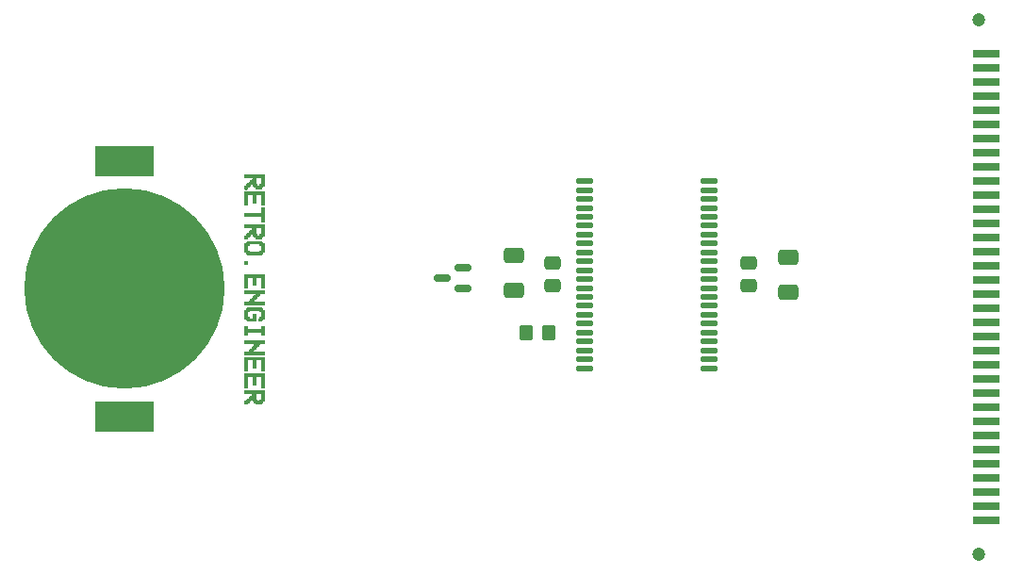
<source format=gbr>
%TF.GenerationSoftware,KiCad,Pcbnew,(6.0.4-0)*%
%TF.CreationDate,2023-12-10T22:35:43+01:00*%
%TF.ProjectId,pcmcia-sram,70636d63-6961-42d7-9372-616d2e6b6963,rev?*%
%TF.SameCoordinates,Original*%
%TF.FileFunction,Soldermask,Top*%
%TF.FilePolarity,Negative*%
%FSLAX46Y46*%
G04 Gerber Fmt 4.6, Leading zero omitted, Abs format (unit mm)*
G04 Created by KiCad (PCBNEW (6.0.4-0)) date 2023-12-10 22:35:43*
%MOMM*%
%LPD*%
G01*
G04 APERTURE LIST*
G04 Aperture macros list*
%AMRoundRect*
0 Rectangle with rounded corners*
0 $1 Rounding radius*
0 $2 $3 $4 $5 $6 $7 $8 $9 X,Y pos of 4 corners*
0 Add a 4 corners polygon primitive as box body*
4,1,4,$2,$3,$4,$5,$6,$7,$8,$9,$2,$3,0*
0 Add four circle primitives for the rounded corners*
1,1,$1+$1,$2,$3*
1,1,$1+$1,$4,$5*
1,1,$1+$1,$6,$7*
1,1,$1+$1,$8,$9*
0 Add four rect primitives between the rounded corners*
20,1,$1+$1,$2,$3,$4,$5,0*
20,1,$1+$1,$4,$5,$6,$7,0*
20,1,$1+$1,$6,$7,$8,$9,0*
20,1,$1+$1,$8,$9,$2,$3,0*%
G04 Aperture macros list end*
%ADD10C,0.000150*%
%ADD11RoundRect,0.250000X0.350000X0.450000X-0.350000X0.450000X-0.350000X-0.450000X0.350000X-0.450000X0*%
%ADD12RoundRect,0.102000X-2.550000X1.250000X-2.550000X-1.250000X2.550000X-1.250000X2.550000X1.250000X0*%
%ADD13C,18.004000*%
%ADD14RoundRect,0.137500X0.625000X0.137500X-0.625000X0.137500X-0.625000X-0.137500X0.625000X-0.137500X0*%
%ADD15RoundRect,0.250000X0.650000X-0.412500X0.650000X0.412500X-0.650000X0.412500X-0.650000X-0.412500X0*%
%ADD16RoundRect,0.250000X-0.650000X0.412500X-0.650000X-0.412500X0.650000X-0.412500X0.650000X0.412500X0*%
%ADD17RoundRect,0.150000X0.587500X0.150000X-0.587500X0.150000X-0.587500X-0.150000X0.587500X-0.150000X0*%
%ADD18C,1.200000*%
%ADD19R,2.400000X0.740000*%
%ADD20RoundRect,0.250000X0.475000X-0.337500X0.475000X0.337500X-0.475000X0.337500X-0.475000X-0.337500X0*%
%ADD21RoundRect,0.250000X-0.475000X0.337500X-0.475000X-0.337500X0.475000X-0.337500X0.475000X0.337500X0*%
G04 APERTURE END LIST*
D10*
G36*
X185798772Y-79306496D02*
G01*
X185716090Y-79306496D01*
X185716090Y-79243039D01*
X185798772Y-79243039D01*
X185798772Y-79306496D01*
G37*
X185798772Y-79306496D02*
X185716090Y-79306496D01*
X185716090Y-79243039D01*
X185798772Y-79243039D01*
X185798772Y-79306496D01*
G36*
X187370641Y-78994992D02*
G01*
X187246618Y-78994992D01*
X187246618Y-79119016D01*
X187122594Y-79119016D01*
X187122594Y-79243039D01*
X186626500Y-79243039D01*
X186626500Y-79119016D01*
X186502477Y-79119016D01*
X186502477Y-78994992D01*
X186378454Y-78994992D01*
X186378454Y-78870969D01*
X186626500Y-78870969D01*
X186750524Y-78870969D01*
X186750524Y-78994992D01*
X186998571Y-78994992D01*
X186998571Y-78870969D01*
X187122594Y-78870969D01*
X187122594Y-78250852D01*
X186626500Y-78250852D01*
X186626500Y-78870969D01*
X186378454Y-78870969D01*
X186378454Y-78746946D01*
X186254430Y-78746946D01*
X186254430Y-78870969D01*
X186130407Y-78870969D01*
X186130407Y-78994992D01*
X186006383Y-78994992D01*
X186006383Y-79119016D01*
X185882360Y-79119016D01*
X185882360Y-79243039D01*
X185798772Y-79243039D01*
X185798772Y-79223814D01*
X185716090Y-79223814D01*
X185716090Y-79243039D01*
X185634313Y-79243039D01*
X185634313Y-78994992D01*
X185758336Y-78994992D01*
X185758336Y-78870969D01*
X185882360Y-78870969D01*
X185882360Y-78746946D01*
X186006383Y-78746946D01*
X186006383Y-78622922D01*
X186130407Y-78622922D01*
X186130407Y-78498899D01*
X186254430Y-78498899D01*
X186254430Y-78374875D01*
X186378454Y-78374875D01*
X186378454Y-78250852D01*
X185634313Y-78250852D01*
X185634313Y-78002805D01*
X187370641Y-78002805D01*
X187370641Y-78994992D01*
G37*
X187370641Y-78994992D02*
X187246618Y-78994992D01*
X187246618Y-79119016D01*
X187122594Y-79119016D01*
X187122594Y-79243039D01*
X186626500Y-79243039D01*
X186626500Y-79119016D01*
X186502477Y-79119016D01*
X186502477Y-78994992D01*
X186378454Y-78994992D01*
X186378454Y-78870969D01*
X186626500Y-78870969D01*
X186750524Y-78870969D01*
X186750524Y-78994992D01*
X186998571Y-78994992D01*
X186998571Y-78870969D01*
X187122594Y-78870969D01*
X187122594Y-78250852D01*
X186626500Y-78250852D01*
X186626500Y-78870969D01*
X186378454Y-78870969D01*
X186378454Y-78746946D01*
X186254430Y-78746946D01*
X186254430Y-78870969D01*
X186130407Y-78870969D01*
X186130407Y-78994992D01*
X186006383Y-78994992D01*
X186006383Y-79119016D01*
X185882360Y-79119016D01*
X185882360Y-79243039D01*
X185798772Y-79243039D01*
X185798772Y-79223814D01*
X185716090Y-79223814D01*
X185716090Y-79243039D01*
X185634313Y-79243039D01*
X185634313Y-78994992D01*
X185758336Y-78994992D01*
X185758336Y-78870969D01*
X185882360Y-78870969D01*
X185882360Y-78746946D01*
X186006383Y-78746946D01*
X186006383Y-78622922D01*
X186130407Y-78622922D01*
X186130407Y-78498899D01*
X186254430Y-78498899D01*
X186254430Y-78374875D01*
X186378454Y-78374875D01*
X186378454Y-78250852D01*
X185634313Y-78250852D01*
X185634313Y-78002805D01*
X187370641Y-78002805D01*
X187370641Y-78994992D01*
G36*
X187370641Y-80731321D02*
G01*
X187122594Y-80731321D01*
X187122594Y-79739133D01*
X186626500Y-79739133D01*
X186626500Y-80483274D01*
X186378454Y-80483274D01*
X186378454Y-79739133D01*
X185882360Y-79739133D01*
X185882360Y-80731321D01*
X185634313Y-80731321D01*
X185634313Y-79491086D01*
X187370641Y-79491086D01*
X187370641Y-80731321D01*
G37*
X187370641Y-80731321D02*
X187122594Y-80731321D01*
X187122594Y-79739133D01*
X186626500Y-79739133D01*
X186626500Y-80483274D01*
X186378454Y-80483274D01*
X186378454Y-79739133D01*
X185882360Y-79739133D01*
X185882360Y-80731321D01*
X185634313Y-80731321D01*
X185634313Y-79491086D01*
X187370641Y-79491086D01*
X187370641Y-80731321D01*
G36*
X187370641Y-82219602D02*
G01*
X187122594Y-82219602D01*
X187122594Y-81723508D01*
X185634313Y-81723508D01*
X185634313Y-81475461D01*
X187122594Y-81475461D01*
X187122594Y-80979367D01*
X187370641Y-80979367D01*
X187370641Y-82219602D01*
G37*
X187370641Y-82219602D02*
X187122594Y-82219602D01*
X187122594Y-81723508D01*
X185634313Y-81723508D01*
X185634313Y-81475461D01*
X187122594Y-81475461D01*
X187122594Y-80979367D01*
X187370641Y-80979367D01*
X187370641Y-82219602D01*
G36*
X187370641Y-83459836D02*
G01*
X187246618Y-83459836D01*
X187246618Y-83583860D01*
X187122594Y-83583860D01*
X187122594Y-83707882D01*
X186626500Y-83707882D01*
X186626500Y-83583860D01*
X186502477Y-83583860D01*
X186502477Y-83459836D01*
X186378454Y-83459836D01*
X186378454Y-83335813D01*
X186626500Y-83335813D01*
X186750524Y-83335813D01*
X186750524Y-83459836D01*
X186998571Y-83459836D01*
X186998571Y-83335813D01*
X187122594Y-83335813D01*
X187122594Y-82715696D01*
X186626500Y-82715696D01*
X186626500Y-83335813D01*
X186378454Y-83335813D01*
X186378454Y-83211789D01*
X186254430Y-83211789D01*
X186254430Y-83335813D01*
X186130407Y-83335813D01*
X186130407Y-83459836D01*
X186006383Y-83459836D01*
X186006383Y-83583860D01*
X185882360Y-83583860D01*
X185882360Y-83707882D01*
X185634313Y-83707882D01*
X185634313Y-83459836D01*
X185758336Y-83459836D01*
X185758336Y-83335813D01*
X185882360Y-83335813D01*
X185882360Y-83211789D01*
X186006383Y-83211789D01*
X186006383Y-83087766D01*
X186130407Y-83087766D01*
X186130407Y-82963742D01*
X186254430Y-82963742D01*
X186254430Y-82839719D01*
X186378454Y-82839719D01*
X186378454Y-82715696D01*
X185634313Y-82715696D01*
X185634313Y-82467649D01*
X187370641Y-82467649D01*
X187370641Y-83459836D01*
G37*
X187370641Y-83459836D02*
X187246618Y-83459836D01*
X187246618Y-83583860D01*
X187122594Y-83583860D01*
X187122594Y-83707882D01*
X186626500Y-83707882D01*
X186626500Y-83583860D01*
X186502477Y-83583860D01*
X186502477Y-83459836D01*
X186378454Y-83459836D01*
X186378454Y-83335813D01*
X186626500Y-83335813D01*
X186750524Y-83335813D01*
X186750524Y-83459836D01*
X186998571Y-83459836D01*
X186998571Y-83335813D01*
X187122594Y-83335813D01*
X187122594Y-82715696D01*
X186626500Y-82715696D01*
X186626500Y-83335813D01*
X186378454Y-83335813D01*
X186378454Y-83211789D01*
X186254430Y-83211789D01*
X186254430Y-83335813D01*
X186130407Y-83335813D01*
X186130407Y-83459836D01*
X186006383Y-83459836D01*
X186006383Y-83583860D01*
X185882360Y-83583860D01*
X185882360Y-83707882D01*
X185634313Y-83707882D01*
X185634313Y-83459836D01*
X185758336Y-83459836D01*
X185758336Y-83335813D01*
X185882360Y-83335813D01*
X185882360Y-83211789D01*
X186006383Y-83211789D01*
X186006383Y-83087766D01*
X186130407Y-83087766D01*
X186130407Y-82963742D01*
X186254430Y-82963742D01*
X186254430Y-82839719D01*
X186378454Y-82839719D01*
X186378454Y-82715696D01*
X185634313Y-82715696D01*
X185634313Y-82467649D01*
X187370641Y-82467649D01*
X187370641Y-83459836D01*
G36*
X187122594Y-84079953D02*
G01*
X187246618Y-84079953D01*
X187246618Y-84203977D01*
X187370641Y-84203977D01*
X187370641Y-84948118D01*
X187246618Y-84948118D01*
X187246618Y-85072141D01*
X187122594Y-85072141D01*
X187122594Y-85196164D01*
X185882360Y-85196164D01*
X185882360Y-85072141D01*
X185758336Y-85072141D01*
X185758336Y-84948118D01*
X185634313Y-84948118D01*
X185634313Y-84824094D01*
X185882360Y-84824094D01*
X186006383Y-84824094D01*
X186006383Y-84948118D01*
X186998571Y-84948118D01*
X186998571Y-84824094D01*
X187122594Y-84824094D01*
X187122594Y-84328000D01*
X186998571Y-84328000D01*
X186998571Y-84203977D01*
X186006383Y-84203977D01*
X186006383Y-84328000D01*
X185882360Y-84328000D01*
X185882360Y-84824094D01*
X185634313Y-84824094D01*
X185634313Y-84203977D01*
X185758336Y-84203977D01*
X185758336Y-84079953D01*
X185882360Y-84079953D01*
X185882360Y-83955930D01*
X187122594Y-83955930D01*
X187122594Y-84079953D01*
G37*
X187122594Y-84079953D02*
X187246618Y-84079953D01*
X187246618Y-84203977D01*
X187370641Y-84203977D01*
X187370641Y-84948118D01*
X187246618Y-84948118D01*
X187246618Y-85072141D01*
X187122594Y-85072141D01*
X187122594Y-85196164D01*
X185882360Y-85196164D01*
X185882360Y-85072141D01*
X185758336Y-85072141D01*
X185758336Y-84948118D01*
X185634313Y-84948118D01*
X185634313Y-84824094D01*
X185882360Y-84824094D01*
X186006383Y-84824094D01*
X186006383Y-84948118D01*
X186998571Y-84948118D01*
X186998571Y-84824094D01*
X187122594Y-84824094D01*
X187122594Y-84328000D01*
X186998571Y-84328000D01*
X186998571Y-84203977D01*
X186006383Y-84203977D01*
X186006383Y-84328000D01*
X185882360Y-84328000D01*
X185882360Y-84824094D01*
X185634313Y-84824094D01*
X185634313Y-84203977D01*
X185758336Y-84203977D01*
X185758336Y-84079953D01*
X185882360Y-84079953D01*
X185882360Y-83955930D01*
X187122594Y-83955930D01*
X187122594Y-84079953D01*
G36*
X185882360Y-86064328D02*
G01*
X185634313Y-86064328D01*
X185634313Y-85816282D01*
X185882360Y-85816282D01*
X185882360Y-86064328D01*
G37*
X185882360Y-86064328D02*
X185634313Y-86064328D01*
X185634313Y-85816282D01*
X185882360Y-85816282D01*
X185882360Y-86064328D01*
G36*
X187370641Y-88172727D02*
G01*
X187122594Y-88172727D01*
X187122594Y-87180539D01*
X186626500Y-87180539D01*
X186626500Y-87924680D01*
X186378454Y-87924680D01*
X186378454Y-87180539D01*
X185882360Y-87180539D01*
X185882360Y-88172727D01*
X185634313Y-88172727D01*
X185634313Y-86932493D01*
X187370641Y-86932493D01*
X187370641Y-88172727D01*
G37*
X187370641Y-88172727D02*
X187122594Y-88172727D01*
X187122594Y-87180539D01*
X186626500Y-87180539D01*
X186626500Y-87924680D01*
X186378454Y-87924680D01*
X186378454Y-87180539D01*
X185882360Y-87180539D01*
X185882360Y-88172727D01*
X185634313Y-88172727D01*
X185634313Y-86932493D01*
X187370641Y-86932493D01*
X187370641Y-88172727D01*
G36*
X187370641Y-88668821D02*
G01*
X186998571Y-88668821D01*
X186998571Y-88792844D01*
X186874547Y-88792844D01*
X186874547Y-88916868D01*
X186750524Y-88916868D01*
X186750524Y-89040891D01*
X186626500Y-89040891D01*
X186626500Y-89164914D01*
X186502477Y-89164914D01*
X186502477Y-89288938D01*
X186378454Y-89288938D01*
X186378454Y-89412961D01*
X187370641Y-89412961D01*
X187370641Y-89661008D01*
X185634313Y-89661008D01*
X185634313Y-89412961D01*
X186006383Y-89412961D01*
X186006383Y-89288938D01*
X186130407Y-89288938D01*
X186130407Y-89164914D01*
X186254430Y-89164914D01*
X186254430Y-89040891D01*
X186378454Y-89040891D01*
X186378454Y-88916868D01*
X186502477Y-88916868D01*
X186502477Y-88792844D01*
X186626500Y-88792844D01*
X186626500Y-88668821D01*
X185634313Y-88668821D01*
X185634313Y-88420774D01*
X187370641Y-88420774D01*
X187370641Y-88668821D01*
G37*
X187370641Y-88668821D02*
X186998571Y-88668821D01*
X186998571Y-88792844D01*
X186874547Y-88792844D01*
X186874547Y-88916868D01*
X186750524Y-88916868D01*
X186750524Y-89040891D01*
X186626500Y-89040891D01*
X186626500Y-89164914D01*
X186502477Y-89164914D01*
X186502477Y-89288938D01*
X186378454Y-89288938D01*
X186378454Y-89412961D01*
X187370641Y-89412961D01*
X187370641Y-89661008D01*
X185634313Y-89661008D01*
X185634313Y-89412961D01*
X186006383Y-89412961D01*
X186006383Y-89288938D01*
X186130407Y-89288938D01*
X186130407Y-89164914D01*
X186254430Y-89164914D01*
X186254430Y-89040891D01*
X186378454Y-89040891D01*
X186378454Y-88916868D01*
X186502477Y-88916868D01*
X186502477Y-88792844D01*
X186626500Y-88792844D01*
X186626500Y-88668821D01*
X185634313Y-88668821D01*
X185634313Y-88420774D01*
X187370641Y-88420774D01*
X187370641Y-88668821D01*
G36*
X187122594Y-90033078D02*
G01*
X187246618Y-90033078D01*
X187246618Y-90157102D01*
X187370641Y-90157102D01*
X187370641Y-90901242D01*
X187246618Y-90901242D01*
X187246618Y-91025266D01*
X187122594Y-91025266D01*
X187122594Y-91149289D01*
X186874547Y-91149289D01*
X186874547Y-90901242D01*
X186998571Y-90901242D01*
X186998571Y-90777219D01*
X187122594Y-90777219D01*
X187122594Y-90281125D01*
X186998571Y-90281125D01*
X186998571Y-90157102D01*
X186006383Y-90157102D01*
X186006383Y-90281125D01*
X185882360Y-90281125D01*
X185882360Y-90777219D01*
X186006383Y-90777219D01*
X186006383Y-90901242D01*
X186378454Y-90901242D01*
X186378454Y-90529172D01*
X186626500Y-90529172D01*
X186626500Y-91149289D01*
X185882360Y-91149289D01*
X185882360Y-91025266D01*
X185758336Y-91025266D01*
X185758336Y-90901242D01*
X185634313Y-90901242D01*
X185634313Y-90157102D01*
X185758336Y-90157102D01*
X185758336Y-90033078D01*
X185882360Y-90033078D01*
X185882360Y-89909055D01*
X187122594Y-89909055D01*
X187122594Y-90033078D01*
G37*
X187122594Y-90033078D02*
X187246618Y-90033078D01*
X187246618Y-90157102D01*
X187370641Y-90157102D01*
X187370641Y-90901242D01*
X187246618Y-90901242D01*
X187246618Y-91025266D01*
X187122594Y-91025266D01*
X187122594Y-91149289D01*
X186874547Y-91149289D01*
X186874547Y-90901242D01*
X186998571Y-90901242D01*
X186998571Y-90777219D01*
X187122594Y-90777219D01*
X187122594Y-90281125D01*
X186998571Y-90281125D01*
X186998571Y-90157102D01*
X186006383Y-90157102D01*
X186006383Y-90281125D01*
X185882360Y-90281125D01*
X185882360Y-90777219D01*
X186006383Y-90777219D01*
X186006383Y-90901242D01*
X186378454Y-90901242D01*
X186378454Y-90529172D01*
X186626500Y-90529172D01*
X186626500Y-91149289D01*
X185882360Y-91149289D01*
X185882360Y-91025266D01*
X185758336Y-91025266D01*
X185758336Y-90901242D01*
X185634313Y-90901242D01*
X185634313Y-90157102D01*
X185758336Y-90157102D01*
X185758336Y-90033078D01*
X185882360Y-90033078D01*
X185882360Y-89909055D01*
X187122594Y-89909055D01*
X187122594Y-90033078D01*
G36*
X185882360Y-91893430D02*
G01*
X187122594Y-91893430D01*
X187122594Y-91645383D01*
X187370641Y-91645383D01*
X187370641Y-92389524D01*
X187122594Y-92389524D01*
X187122594Y-92141477D01*
X185882360Y-92141477D01*
X185882360Y-92389524D01*
X185634313Y-92389524D01*
X185634313Y-91645383D01*
X185882360Y-91645383D01*
X185882360Y-91893430D01*
G37*
X185882360Y-91893430D02*
X187122594Y-91893430D01*
X187122594Y-91645383D01*
X187370641Y-91645383D01*
X187370641Y-92389524D01*
X187122594Y-92389524D01*
X187122594Y-92141477D01*
X185882360Y-92141477D01*
X185882360Y-92389524D01*
X185634313Y-92389524D01*
X185634313Y-91645383D01*
X185882360Y-91645383D01*
X185882360Y-91893430D01*
G36*
X187370641Y-93133664D02*
G01*
X186998571Y-93133664D01*
X186998571Y-93257688D01*
X186874547Y-93257688D01*
X186874547Y-93381711D01*
X186750524Y-93381711D01*
X186750524Y-93505735D01*
X186626500Y-93505735D01*
X186626500Y-93629758D01*
X186502477Y-93629758D01*
X186502477Y-93753782D01*
X186378454Y-93753782D01*
X186378454Y-93877805D01*
X187370641Y-93877805D01*
X187370641Y-94125852D01*
X185634313Y-94125852D01*
X185634313Y-93877805D01*
X186006383Y-93877805D01*
X186006383Y-93753782D01*
X186130407Y-93753782D01*
X186130407Y-93629758D01*
X186254430Y-93629758D01*
X186254430Y-93505735D01*
X186378454Y-93505735D01*
X186378454Y-93381711D01*
X186502477Y-93381711D01*
X186502477Y-93257688D01*
X186626500Y-93257688D01*
X186626500Y-93133664D01*
X185634313Y-93133664D01*
X185634313Y-92885617D01*
X187370641Y-92885617D01*
X187370641Y-93133664D01*
G37*
X187370641Y-93133664D02*
X186998571Y-93133664D01*
X186998571Y-93257688D01*
X186874547Y-93257688D01*
X186874547Y-93381711D01*
X186750524Y-93381711D01*
X186750524Y-93505735D01*
X186626500Y-93505735D01*
X186626500Y-93629758D01*
X186502477Y-93629758D01*
X186502477Y-93753782D01*
X186378454Y-93753782D01*
X186378454Y-93877805D01*
X187370641Y-93877805D01*
X187370641Y-94125852D01*
X185634313Y-94125852D01*
X185634313Y-93877805D01*
X186006383Y-93877805D01*
X186006383Y-93753782D01*
X186130407Y-93753782D01*
X186130407Y-93629758D01*
X186254430Y-93629758D01*
X186254430Y-93505735D01*
X186378454Y-93505735D01*
X186378454Y-93381711D01*
X186502477Y-93381711D01*
X186502477Y-93257688D01*
X186626500Y-93257688D01*
X186626500Y-93133664D01*
X185634313Y-93133664D01*
X185634313Y-92885617D01*
X187370641Y-92885617D01*
X187370641Y-93133664D01*
G36*
X187370641Y-95614133D02*
G01*
X187122594Y-95614133D01*
X187122594Y-94621946D01*
X186626500Y-94621946D01*
X186626500Y-95366086D01*
X186378454Y-95366086D01*
X186378454Y-94621946D01*
X185882360Y-94621946D01*
X185882360Y-95614133D01*
X185634313Y-95614133D01*
X185634313Y-94373899D01*
X187370641Y-94373899D01*
X187370641Y-95614133D01*
G37*
X187370641Y-95614133D02*
X187122594Y-95614133D01*
X187122594Y-94621946D01*
X186626500Y-94621946D01*
X186626500Y-95366086D01*
X186378454Y-95366086D01*
X186378454Y-94621946D01*
X185882360Y-94621946D01*
X185882360Y-95614133D01*
X185634313Y-95614133D01*
X185634313Y-94373899D01*
X187370641Y-94373899D01*
X187370641Y-95614133D01*
G36*
X187370641Y-97102414D02*
G01*
X187122594Y-97102414D01*
X187122594Y-96110227D01*
X186626500Y-96110227D01*
X186626500Y-96854368D01*
X186378454Y-96854368D01*
X186378454Y-96110227D01*
X185882360Y-96110227D01*
X185882360Y-97102414D01*
X185634313Y-97102414D01*
X185634313Y-95862180D01*
X187370641Y-95862180D01*
X187370641Y-97102414D01*
G37*
X187370641Y-97102414D02*
X187122594Y-97102414D01*
X187122594Y-96110227D01*
X186626500Y-96110227D01*
X186626500Y-96854368D01*
X186378454Y-96854368D01*
X186378454Y-96110227D01*
X185882360Y-96110227D01*
X185882360Y-97102414D01*
X185634313Y-97102414D01*
X185634313Y-95862180D01*
X187370641Y-95862180D01*
X187370641Y-97102414D01*
G36*
X187370641Y-98342649D02*
G01*
X187246618Y-98342649D01*
X187246618Y-98466672D01*
X187122594Y-98466672D01*
X187122594Y-98590696D01*
X186626500Y-98590696D01*
X186626500Y-98466672D01*
X186502477Y-98466672D01*
X186502477Y-98342649D01*
X186378454Y-98342649D01*
X186378454Y-98218625D01*
X186626500Y-98218625D01*
X186750524Y-98218625D01*
X186750524Y-98342649D01*
X186998571Y-98342649D01*
X186998571Y-98218625D01*
X187122594Y-98218625D01*
X187122594Y-97598508D01*
X186626500Y-97598508D01*
X186626500Y-98218625D01*
X186378454Y-98218625D01*
X186378454Y-98094602D01*
X186254430Y-98094602D01*
X186254430Y-98218625D01*
X186130407Y-98218625D01*
X186130407Y-98342649D01*
X186006383Y-98342649D01*
X186006383Y-98466672D01*
X185882360Y-98466672D01*
X185882360Y-98590696D01*
X185634313Y-98590696D01*
X185634313Y-98342649D01*
X185758336Y-98342649D01*
X185758336Y-98218625D01*
X185882360Y-98218625D01*
X185882360Y-98094602D01*
X186006383Y-98094602D01*
X186006383Y-97970578D01*
X186130407Y-97970578D01*
X186130407Y-97846555D01*
X186254430Y-97846555D01*
X186254430Y-97722532D01*
X186378454Y-97722532D01*
X186378454Y-97598508D01*
X185634313Y-97598508D01*
X185634313Y-97350461D01*
X187370641Y-97350461D01*
X187370641Y-98342649D01*
G37*
X187370641Y-98342649D02*
X187246618Y-98342649D01*
X187246618Y-98466672D01*
X187122594Y-98466672D01*
X187122594Y-98590696D01*
X186626500Y-98590696D01*
X186626500Y-98466672D01*
X186502477Y-98466672D01*
X186502477Y-98342649D01*
X186378454Y-98342649D01*
X186378454Y-98218625D01*
X186626500Y-98218625D01*
X186750524Y-98218625D01*
X186750524Y-98342649D01*
X186998571Y-98342649D01*
X186998571Y-98218625D01*
X187122594Y-98218625D01*
X187122594Y-97598508D01*
X186626500Y-97598508D01*
X186626500Y-98218625D01*
X186378454Y-98218625D01*
X186378454Y-98094602D01*
X186254430Y-98094602D01*
X186254430Y-98218625D01*
X186130407Y-98218625D01*
X186130407Y-98342649D01*
X186006383Y-98342649D01*
X186006383Y-98466672D01*
X185882360Y-98466672D01*
X185882360Y-98590696D01*
X185634313Y-98590696D01*
X185634313Y-98342649D01*
X185758336Y-98342649D01*
X185758336Y-98218625D01*
X185882360Y-98218625D01*
X185882360Y-98094602D01*
X186006383Y-98094602D01*
X186006383Y-97970578D01*
X186130407Y-97970578D01*
X186130407Y-97846555D01*
X186254430Y-97846555D01*
X186254430Y-97722532D01*
X186378454Y-97722532D01*
X186378454Y-97598508D01*
X185634313Y-97598508D01*
X185634313Y-97350461D01*
X187370641Y-97350461D01*
X187370641Y-98342649D01*
D11*
%TO.C,R1*%
X212963000Y-92183000D03*
X210963000Y-92183000D03*
%TD*%
D12*
%TO.C,CR2032*%
X174879000Y-99715000D03*
X174879000Y-76815000D03*
D13*
X174879000Y-88265000D03*
%TD*%
D14*
%TO.C,U1*%
X227329500Y-95395000D03*
X227329500Y-94595000D03*
X227329500Y-93795000D03*
X227329500Y-92995000D03*
X227329500Y-92195000D03*
X227329500Y-91395000D03*
X227329500Y-90595000D03*
X227329500Y-89795000D03*
X227329500Y-88995000D03*
X227329500Y-88195000D03*
X227329500Y-87395000D03*
X227329500Y-86595000D03*
X227329500Y-85795000D03*
X227329500Y-84995000D03*
X227329500Y-84195000D03*
X227329500Y-83395000D03*
X227329500Y-82595000D03*
X227329500Y-81795000D03*
X227329500Y-80995000D03*
X227329500Y-80195000D03*
X227329500Y-79395000D03*
X227329500Y-78595000D03*
X216154500Y-78595000D03*
X216154500Y-79395000D03*
X216154500Y-80195000D03*
X216154500Y-80995000D03*
X216154500Y-81795000D03*
X216154500Y-82595000D03*
X216154500Y-83395000D03*
X216154500Y-84195000D03*
X216154500Y-84995000D03*
X216154500Y-85795000D03*
X216154500Y-86595000D03*
X216154500Y-87395000D03*
X216154500Y-88195000D03*
X216154500Y-88995000D03*
X216154500Y-89795000D03*
X216154500Y-90595000D03*
X216154500Y-91395000D03*
X216154500Y-92195000D03*
X216154500Y-92995000D03*
X216154500Y-93795000D03*
X216154500Y-94595000D03*
X216154500Y-95395000D03*
%TD*%
D15*
%TO.C,C4*%
X234489000Y-88538500D03*
X234489000Y-85413500D03*
%TD*%
D16*
%TO.C,C2*%
X209851000Y-85286500D03*
X209851000Y-88411500D03*
%TD*%
D17*
%TO.C,D1*%
X205232000Y-88260000D03*
X205232000Y-86360000D03*
X203357000Y-87310000D03*
%TD*%
D18*
%TO.C,J1*%
X251573000Y-112138000D03*
X251573000Y-64138000D03*
D19*
X252222000Y-67183000D03*
X252222000Y-68453000D03*
X252222000Y-69723000D03*
X252222000Y-70993000D03*
X252222000Y-72263000D03*
X252222000Y-73533000D03*
X252222000Y-74803000D03*
X252222000Y-76073000D03*
X252222000Y-77343000D03*
X252222000Y-78613000D03*
X252222000Y-79883000D03*
X252222000Y-81153000D03*
X252222000Y-82423000D03*
X252222000Y-83693000D03*
X252222000Y-84963000D03*
X252222000Y-86233000D03*
X252222000Y-87503000D03*
X252222000Y-88773000D03*
X252222000Y-90043000D03*
X252222000Y-91313000D03*
X252222000Y-92583000D03*
X252222000Y-93853000D03*
X252222000Y-95123000D03*
X252222000Y-96393000D03*
X252222000Y-97663000D03*
X252222000Y-98933000D03*
X252222000Y-100203000D03*
X252222000Y-101473000D03*
X252222000Y-102743000D03*
X252222000Y-104013000D03*
X252222000Y-105283000D03*
X252222000Y-106553000D03*
X252222000Y-107823000D03*
X252267000Y-109093000D03*
%TD*%
D20*
%TO.C,C3*%
X230933000Y-88013500D03*
X230933000Y-85938500D03*
%TD*%
D21*
%TO.C,C1*%
X213280000Y-85938500D03*
X213280000Y-88013500D03*
%TD*%
M02*

</source>
